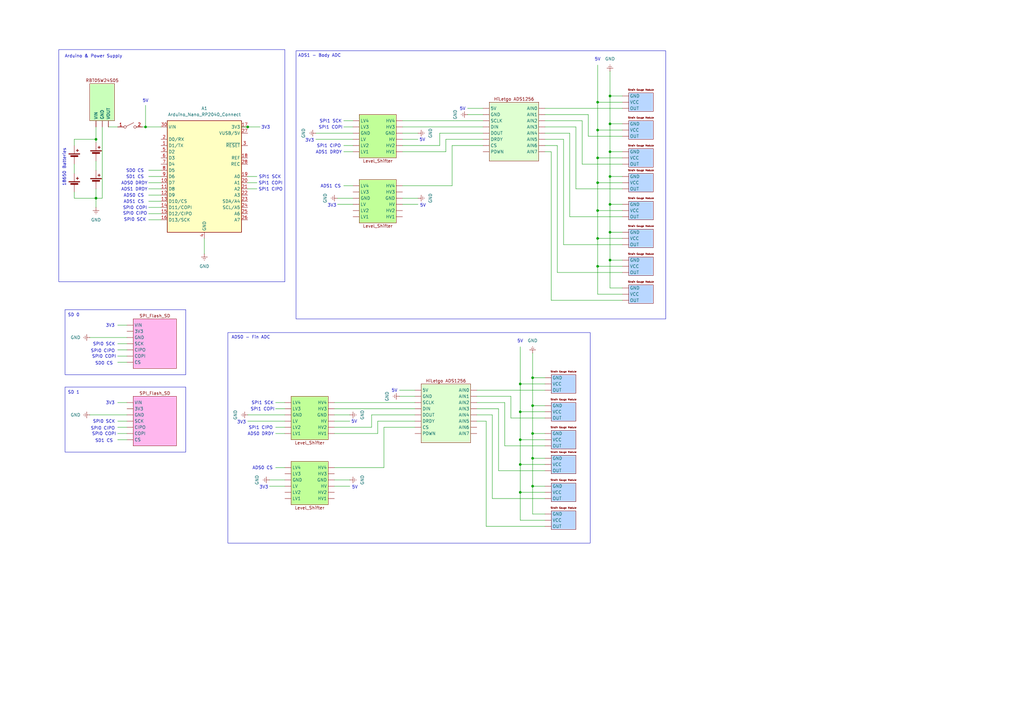
<source format=kicad_sch>
(kicad_sch (version 20250114) (generator "eeschema") (generator_version "9.0")
  (paper "A3")
  (lib_symbols
    (symbol "3V3_5V_Level_Shifter_1"
      (property "Reference" "L" (at 0 0 90))
      (symbol "3V3_5V_Level_Shifter_1_0_1"
        (rectangle (start -7.62 8.89) (end 7.62 -8.89) (fill (type color) (color 193 255 152 1)))
      )
      (symbol "3V3_5V_Level_Shifter_1_1_1"
        (text "Level_Shifter" (at 0 10.16 0) (effects (font (size 1.27 1.27))))
        (pin input line (at -10.16 6.35 0) (length 2.54) (name "LV1") (number ""))
        (pin input line (at -10.16 3.81 0) (length 2.54) (name "LV2") (number ""))
        (pin power_in line (at -10.16 1.27 0) (length 2.54) (name "LV") (number ""))
        (pin power_in line (at -10.16 -1.27 0) (length 2.54) (name "GND") (number ""))
        (pin input line (at -10.16 -3.81 0) (length 2.54) (name "LV3") (number ""))
        (pin input line (at -10.16 -6.35 0) (length 2.54) (name "LV4") (number ""))
        (pin input line (at 10.16 6.35 180) (length 2.54) (name "HV1") (number ""))
        (pin input line (at 10.16 3.81 180) (length 2.54) (name "HV2") (number ""))
        (pin power_in line (at 10.16 1.27 180) (length 2.54) (name "HV") (number ""))
        (pin power_in line (at 10.16 -1.27 180) (length 2.54) (name "GND") (number ""))
        (pin input line (at 10.16 -3.81 180) (length 2.54) (name "HV3") (number ""))
        (pin input line (at 10.16 -6.35 180) (length 2.54) (name "HV4") (number ""))
      )
    )
    (symbol "3V3_5V_Level_Shifter_2"
      (property "Reference" "L" (at 0 0 90))
      (symbol "3V3_5V_Level_Shifter_2_0_1"
        (rectangle (start -7.62 8.89) (end 7.62 -8.89) (fill (type color) (color 193 255 152 1)))
      )
      (symbol "3V3_5V_Level_Shifter_2_1_1"
        (text "Level_Shifter" (at 0 10.16 0) (effects (font (size 1.27 1.27))))
        (pin input line (at -10.16 6.35 0) (length 2.54) (name "LV1") (number ""))
        (pin input line (at -10.16 3.81 0) (length 2.54) (name "LV2") (number ""))
        (pin power_in line (at -10.16 1.27 0) (length 2.54) (name "LV") (number ""))
        (pin power_in line (at -10.16 -1.27 0) (length 2.54) (name "GND") (number ""))
        (pin input line (at -10.16 -3.81 0) (length 2.54) (name "LV3") (number ""))
        (pin input line (at -10.16 -6.35 0) (length 2.54) (name "LV4") (number ""))
        (pin input line (at 10.16 6.35 180) (length 2.54) (name "HV1") (number ""))
        (pin input line (at 10.16 3.81 180) (length 2.54) (name "HV2") (number ""))
        (pin power_in line (at 10.16 1.27 180) (length 2.54) (name "HV") (number ""))
        (pin power_in line (at 10.16 -1.27 180) (length 2.54) (name "GND") (number ""))
        (pin input line (at 10.16 -3.81 180) (length 2.54) (name "HV3") (number ""))
        (pin input line (at 10.16 -6.35 180) (length 2.54) (name "HV4") (number ""))
      )
    )
    (symbol "3V3_5V_Level_Shifter_4"
      (property "Reference" "L" (at 0 0 90))
      (symbol "3V3_5V_Level_Shifter_4_0_1"
        (rectangle (start -7.62 8.89) (end 7.62 -8.89) (fill (type color) (color 193 255 152 1)))
      )
      (symbol "3V3_5V_Level_Shifter_4_1_1"
        (text "Level_Shifter" (at 0 10.16 0) (effects (font (size 1.27 1.27))))
        (pin input line (at -10.16 6.35 0) (length 2.54) (name "LV1") (number ""))
        (pin input line (at -10.16 3.81 0) (length 2.54) (name "LV2") (number ""))
        (pin power_in line (at -10.16 1.27 0) (length 2.54) (name "LV") (number ""))
        (pin power_in line (at -10.16 -1.27 0) (length 2.54) (name "GND") (number ""))
        (pin input line (at -10.16 -3.81 0) (length 2.54) (name "LV3") (number ""))
        (pin input line (at -10.16 -6.35 0) (length 2.54) (name "LV4") (number ""))
        (pin input line (at 10.16 6.35 180) (length 2.54) (name "HV1") (number ""))
        (pin input line (at 10.16 3.81 180) (length 2.54) (name "HV2") (number ""))
        (pin power_in line (at 10.16 1.27 180) (length 2.54) (name "HV") (number ""))
        (pin power_in line (at 10.16 -1.27 180) (length 2.54) (name "GND") (number ""))
        (pin input line (at 10.16 -3.81 180) (length 2.54) (name "HV3") (number ""))
        (pin input line (at 10.16 -6.35 180) (length 2.54) (name "HV4") (number ""))
      )
    )
    (symbol "3V3_5V_Level_Shifter_5"
      (property "Reference" "L" (at 0 0 90))
      (symbol "3V3_5V_Level_Shifter_5_0_1"
        (rectangle (start -7.62 8.89) (end 7.62 -8.89) (fill (type color) (color 193 255 152 1)))
      )
      (symbol "3V3_5V_Level_Shifter_5_1_1"
        (text "Level_Shifter" (at 0 10.16 0) (effects (font (size 1.27 1.27))))
        (pin input line (at -10.16 6.35 0) (length 2.54) (name "LV1") (number ""))
        (pin input line (at -10.16 3.81 0) (length 2.54) (name "LV2") (number ""))
        (pin power_in line (at -10.16 1.27 0) (length 2.54) (name "LV") (number ""))
        (pin power_in line (at -10.16 -1.27 0) (length 2.54) (name "GND") (number ""))
        (pin input line (at -10.16 -3.81 0) (length 2.54) (name "LV3") (number ""))
        (pin input line (at -10.16 -6.35 0) (length 2.54) (name "LV4") (number ""))
        (pin input line (at 10.16 6.35 180) (length 2.54) (name "HV1") (number ""))
        (pin input line (at 10.16 3.81 180) (length 2.54) (name "HV2") (number ""))
        (pin power_in line (at 10.16 1.27 180) (length 2.54) (name "HV") (number ""))
        (pin power_in line (at 10.16 -1.27 180) (length 2.54) (name "GND") (number ""))
        (pin input line (at 10.16 -3.81 180) (length 2.54) (name "HV3") (number ""))
        (pin input line (at 10.16 -6.35 180) (length 2.54) (name "HV4") (number ""))
      )
    )
    (symbol "Device:Battery_Cell" (pin_numbers (hide yes)) (pin_names (offset 0) (hide yes))
      (property "Reference" "BT" (at 2.54 2.54 0))
      (property "Value" "Battery_Cell" (at 2.54 0 0))
      (symbol "Battery_Cell_0_1"
        (rectangle (start -2.286 1.778) (end 2.286 1.524) (fill (type outline)))
        (rectangle (start -1.524 1.016) (end 1.524 0.508) (fill (type outline)))
        (polyline (pts (xy 0 1.778) (xy 0 2.54)))
        (polyline (pts (xy 0 0.762) (xy 0 0)))
        (polyline (pts (xy 0.762 3.048) (xy 1.778 3.048)) (stroke (width 0.254)))
        (polyline (pts (xy 1.27 3.556) (xy 1.27 2.54)) (stroke (width 0.254)))
      )
      (symbol "Battery_Cell_1_1"
        (pin passive line (at 0 5.08 270) (length 2.54) (name "+") (number "1"))
        (pin passive line (at 0 -2.54 90) (length 2.54) (name "-") (number "2"))
      )
    )
    (symbol "HILetgo_ADS1256_1"
      (property "Reference" "C" (at 0 0 0))
      (symbol "HILetgo_ADS1256_1_0_1"
        (rectangle (start -10.16 11.43) (end 10.16 -12.7) (fill (type color) (color 223 255 209 1)))
      )
      (symbol "HILetgo_ADS1256_1_1_1"
        (text "HiLetgo ADS1256" (at 0 12.7 0) (effects (font (size 1.27 1.27))))
        (pin power_in line (at -12.7 8.89 0) (length 2.54) (name "5V") (number ""))
        (pin power_in line (at -12.7 6.35 0) (length 2.54) (name "GND") (number ""))
        (pin bidirectional line (at -12.7 3.81 0) (length 2.54) (name "SCLK") (number ""))
        (pin input line (at -12.7 1.27 0) (length 2.54) (name "DIN") (number ""))
        (pin output line (at -12.7 -1.27 0) (length 2.54) (name "DOUT") (number ""))
        (pin output line (at -12.7 -3.81 0) (length 2.54) (name "DRDY") (number ""))
        (pin bidirectional line (at -12.7 -6.35 0) (length 2.54) (name "CS") (number ""))
        (pin bidirectional line (at -12.7 -8.89 0) (length 2.54) (name "PDWN") (number ""))
        (pin input line (at 12.7 8.89 180) (length 2.54) (name "AIN0") (number ""))
        (pin input line (at 12.7 6.35 180) (length 2.54) (name "AIN1") (number ""))
        (pin input line (at 12.7 3.81 180) (length 2.54) (name "AIN2") (number ""))
        (pin input line (at 12.7 1.27 180) (length 2.54) (name "AIN3") (number ""))
        (pin input line (at 12.7 -1.27 180) (length 2.54) (name "AIN4") (number ""))
        (pin input line (at 12.7 -3.81 180) (length 2.54) (name "AIN5") (number ""))
        (pin input line (at 12.7 -6.35 180) (length 2.54) (name "AIN6") (number ""))
        (pin input line (at 12.7 -8.89 180) (length 2.54) (name "AIN7") (number ""))
      )
    )
    (symbol "HILetgo_ADS1256_3"
      (property "Reference" "C" (at 0 0 0))
      (symbol "HILetgo_ADS1256_3_0_1"
        (rectangle (start -10.16 11.43) (end 10.16 -12.7) (fill (type color) (color 223 255 209 1)))
      )
      (symbol "HILetgo_ADS1256_3_1_1"
        (text "HiLetgo ADS1256" (at 0 12.7 0) (effects (font (size 1.27 1.27))))
        (pin power_in line (at -12.7 8.89 0) (length 2.54) (name "5V") (number ""))
        (pin power_in line (at -12.7 6.35 0) (length 2.54) (name "GND") (number ""))
        (pin bidirectional line (at -12.7 3.81 0) (length 2.54) (name "SCLK") (number ""))
        (pin input line (at -12.7 1.27 0) (length 2.54) (name "DIN") (number ""))
        (pin output line (at -12.7 -1.27 0) (length 2.54) (name "DOUT") (number ""))
        (pin output line (at -12.7 -3.81 0) (length 2.54) (name "DRDY") (number ""))
        (pin bidirectional line (at -12.7 -6.35 0) (length 2.54) (name "CS") (number ""))
        (pin bidirectional line (at -12.7 -8.89 0) (length 2.54) (name "PDWN") (number ""))
        (pin input line (at 12.7 8.89 180) (length 2.54) (name "AIN0") (number ""))
        (pin input line (at 12.7 6.35 180) (length 2.54) (name "AIN1") (number ""))
        (pin input line (at 12.7 3.81 180) (length 2.54) (name "AIN2") (number ""))
        (pin input line (at 12.7 1.27 180) (length 2.54) (name "AIN3") (number ""))
        (pin input line (at 12.7 -1.27 180) (length 2.54) (name "AIN4") (number ""))
        (pin input line (at 12.7 -3.81 180) (length 2.54) (name "AIN5") (number ""))
        (pin input line (at 12.7 -6.35 180) (length 2.54) (name "AIN6") (number ""))
        (pin input line (at 12.7 -8.89 180) (length 2.54) (name "AIN7") (number ""))
      )
    )
    (symbol "MCU_Module:Arduino_Nano_RP2040_Connect"
      (property "Reference" "A" (at -14.986 23.622 0))
      (property "Value" "Arduino_Nano_RP2040_Connect" (at 3.81 -25.654 0))
      (symbol "Arduino_Nano_RP2040_Connect_0_1"
        (rectangle (start -15.24 22.86) (end 15.24 -22.86) (stroke (width 0.254)) (fill (type background)))
      )
      (symbol "Arduino_Nano_RP2040_Connect_1_1"
        (pin power_in line (at -17.78 20.32 0) (length 2.54) (name "VIN") (number "30"))
        (pin bidirectional line (at -17.78 15.24 0) (length 2.54) (name "D0/RX") (number "2"))
        (pin bidirectional line (at -17.78 12.7 0) (length 2.54) (name "D1/TX") (number "1"))
        (pin bidirectional line (at -17.78 10.16 0) (length 2.54) (name "D2") (number "5"))
        (pin bidirectional line (at -17.78 7.62 0) (length 2.54) (name "D3") (number "6"))
        (pin bidirectional line (at -17.78 5.08 0) (length 2.54) (name "D4") (number "7"))
        (pin bidirectional line (at -17.78 2.54 0) (length 2.54) (name "D5") (number "8"))
        (pin bidirectional line (at -17.78 0 0) (length 2.54) (name "D6") (number "9"))
        (pin bidirectional line (at -17.78 -2.54 0) (length 2.54) (name "D7") (number "10"))
        (pin bidirectional line (at -17.78 -5.08 0) (length 2.54) (name "D8") (number "11"))
        (pin bidirectional line (at -17.78 -7.62 0) (length 2.54) (name "D9") (number "12"))
        (pin bidirectional line (at -17.78 -10.16 0) (length 2.54) (name "D10/CS") (number "13"))
        (pin bidirectional line (at -17.78 -12.7 0) (length 2.54) (name "D11/COPI") (number "14"))
        (pin bidirectional line (at -17.78 -15.24 0) (length 2.54) (name "D12/CIPO") (number "15"))
        (pin bidirectional line (at -17.78 -17.78 0) (length 2.54) (name "D13/SCK") (number "16"))
        (pin passive line (at 0 -25.4 90) (length 2.54) (hide yes) (name "GND") (number "29"))
        (pin power_in line (at 0 -25.4 90) (length 2.54) (name "GND") (number "4"))
        (pin power_out line (at 17.78 20.32 180) (length 2.54) (name "3V3") (number "17"))
        (pin power_out line (at 17.78 17.78 180) (length 2.54) (name "VUSB/5V") (number "27"))
        (pin input line (at 17.78 12.7 180) (length 2.54) (name "~{RESET}") (number "3"))
        (pin passive line (at 17.78 7.62 180) (length 2.54) (name "REF") (number "18"))
        (pin input line (at 17.78 5.08 180) (length 2.54) (name "REC") (number "28"))
        (pin bidirectional line (at 17.78 0 180) (length 2.54) (name "A0") (number "19"))
        (pin bidirectional line (at 17.78 -2.54 180) (length 2.54) (name "A1") (number "20"))
        (pin bidirectional line (at 17.78 -5.08 180) (length 2.54) (name "A2") (number "21"))
        (pin bidirectional line (at 17.78 -7.62 180) (length 2.54) (name "A3") (number "22"))
        (pin bidirectional line (at 17.78 -10.16 180) (length 2.54) (name "SDA/A4") (number "23"))
        (pin bidirectional line (at 17.78 -12.7 180) (length 2.54) (name "SCL/A5") (number "24"))
        (pin bidirectional line (at 17.78 -15.24 180) (length 2.54) (name "A6") (number "25"))
        (pin bidirectional line (at 17.78 -17.78 180) (length 2.54) (name "A7") (number "26"))
      )
    )
    (symbol "MeasurementsLibrary:RBT05W24S05"
      (property "Reference" "R" (at 0 0 0))
      (symbol "RBT05W24S05_0_1"
        (rectangle (start -5.08 7.62) (end 5.08 -7.62) (fill (type color) (color 201 255 186 1)))
      )
      (symbol "RBT05W24S05_1_1"
        (text "RBT05W24S05" (at 0 8.89 0) (effects (font (size 1.27 1.27))))
        (pin power_in line (at -2.54 -10.16 90) (length 2.54) (name "VIN") (number ""))
        (pin power_in line (at 0 -10.16 90) (length 2.54) (name "GND") (number ""))
        (pin power_in line (at 2.54 -10.16 90) (length 2.54) (name "VOUT") (number ""))
      )
    )
    (symbol "MeasurementsLibrary:SPI_Flash_SD"
      (property "Reference" "F" (at 0 0 0))
      (symbol "SPI_Flash_SD_0_1"
        (rectangle (start -8.89 10.16) (end 8.89 -10.16) (fill (type color) (color 255 183 238 1)))
      )
      (symbol "SPI_Flash_SD_1_1"
        (text "SPI_Flash_SD" (at 0 11.43 0) (effects (font (size 1.27 1.27))))
        (pin power_in line (at -11.43 7.62 0) (length 2.54) (name "VIN") (number ""))
        (pin bidirectional line (at -11.43 5.08 0) (length 2.54) (name "3V3") (number ""))
        (pin bidirectional line (at -11.43 2.54 0) (length 2.54) (name "GND") (number ""))
        (pin power_in line (at -11.43 0 0) (length 2.54) (name "SCK") (number ""))
        (pin bidirectional line (at -11.43 -2.54 0) (length 2.54) (name "CIPO") (number ""))
        (pin bidirectional line (at -11.43 -5.08 0) (length 2.54) (name "COPI") (number ""))
        (pin bidirectional line (at -11.43 -7.62 0) (length 2.54) (name "CS") (number ""))
      )
    )
    (symbol "MeasurementsLibrary:StrainGaugeModule"
      (property "Reference" "S" (at 0 0 0))
      (symbol "StrainGaugeModule_0_1"
        (rectangle (start -5.08 3.81) (end 5.08 -3.81) (fill (type color) (color 185 215 255 1)))
      )
      (symbol "StrainGaugeModule_1_1"
        (text "Strain Gauge Module" (at 0 5.08 0) (effects (font (size 0.67 0.67))))
        (pin power_in line (at 7.62 2.54 180) (length 2.54) (name "GND") (number ""))
        (pin power_in line (at 7.62 0 180) (length 2.54) (name "VCC") (number ""))
        (pin output line (at 7.62 -2.54 180) (length 2.54) (name "OUT") (number ""))
      )
    )
    (symbol "SPI_Flash_SD_1"
      (property "Reference" "F" (at 0 0 0))
      (symbol "SPI_Flash_SD_1_0_1"
        (rectangle (start -8.89 10.16) (end 8.89 -10.16) (fill (type color) (color 255 183 238 1)))
      )
      (symbol "SPI_Flash_SD_1_1_1"
        (text "SPI_Flash_SD" (at 0 11.43 0) (effects (font (size 1.27 1.27))))
        (pin power_in line (at -11.43 7.62 0) (length 2.54) (name "VIN") (number ""))
        (pin bidirectional line (at -11.43 5.08 0) (length 2.54) (name "3V3") (number ""))
        (pin bidirectional line (at -11.43 2.54 0) (length 2.54) (name "GND") (number ""))
        (pin power_in line (at -11.43 0 0) (length 2.54) (name "SCK") (number ""))
        (pin bidirectional line (at -11.43 -2.54 0) (length 2.54) (name "CIPO") (number ""))
        (pin bidirectional line (at -11.43 -5.08 0) (length 2.54) (name "COPI") (number ""))
        (pin bidirectional line (at -11.43 -7.62 0) (length 2.54) (name "CS") (number ""))
      )
    )
    (symbol "StrainGaugeModule_1"
      (property "Reference" "S" (at 0 0 0))
      (symbol "StrainGaugeModule_1_0_1"
        (rectangle (start -5.08 3.81) (end 5.08 -3.81) (fill (type color) (color 185 215 255 1)))
      )
      (symbol "StrainGaugeModule_1_1_1"
        (text "Strain Gauge Module" (at 0 5.08 0) (effects (font (size 0.67 0.67))))
        (pin power_in line (at 7.62 2.54 180) (length 2.54) (name "GND") (number ""))
        (pin power_in line (at 7.62 0 180) (length 2.54) (name "VCC") (number ""))
        (pin output line (at 7.62 -2.54 180) (length 2.54) (name "OUT") (number ""))
      )
    )
    (symbol "StrainGaugeModule_10"
      (property "Reference" "S" (at 0 0 0))
      (symbol "StrainGaugeModule_10_0_1"
        (rectangle (start -5.08 3.81) (end 5.08 -3.81) (fill (type color) (color 185 215 255 1)))
      )
      (symbol "StrainGaugeModule_10_1_1"
        (text "Strain Gauge Module" (at 0 5.08 0) (effects (font (size 0.67 0.67))))
        (pin power_in line (at 7.62 2.54 180) (length 2.54) (name "GND") (number ""))
        (pin power_in line (at 7.62 0 180) (length 2.54) (name "VCC") (number ""))
        (pin output line (at 7.62 -2.54 180) (length 2.54) (name "OUT") (number ""))
      )
    )
    (symbol "StrainGaugeModule_11"
      (property "Reference" "S" (at 0 0 0))
      (symbol "StrainGaugeModule_11_0_1"
        (rectangle (start -5.08 3.81) (end 5.08 -3.81) (fill (type color) (color 185 215 255 1)))
      )
      (symbol "StrainGaugeModule_11_1_1"
        (text "Strain Gauge Module" (at 0 5.08 0) (effects (font (size 0.67 0.67))))
        (pin power_in line (at 7.62 2.54 180) (length 2.54) (name "GND") (number ""))
        (pin power_in line (at 7.62 0 180) (length 2.54) (name "VCC") (number ""))
        (pin output line (at 7.62 -2.54 180) (length 2.54) (name "OUT") (number ""))
      )
    )
    (symbol "StrainGaugeModule_12"
      (property "Reference" "S" (at 0 0 0))
      (symbol "StrainGaugeModule_12_0_1"
        (rectangle (start -5.08 3.81) (end 5.08 -3.81) (fill (type color) (color 185 215 255 1)))
      )
      (symbol "StrainGaugeModule_12_1_1"
        (text "Strain Gauge Module" (at 0 5.08 0) (effects (font (size 0.67 0.67))))
        (pin power_in line (at 7.62 2.54 180) (length 2.54) (name "GND") (number ""))
        (pin power_in line (at 7.62 0 180) (length 2.54) (name "VCC") (number ""))
        (pin output line (at 7.62 -2.54 180) (length 2.54) (name "OUT") (number ""))
      )
    )
    (symbol "StrainGaugeModule_13"
      (property "Reference" "S" (at 0 0 0))
      (symbol "StrainGaugeModule_13_0_1"
        (rectangle (start -5.08 3.81) (end 5.08 -3.81) (fill (type color) (color 185 215 255 1)))
      )
      (symbol "StrainGaugeModule_13_1_1"
        (text "Strain Gauge Module" (at 0 5.08 0) (effects (font (size 0.67 0.67))))
        (pin power_in line (at 7.62 2.54 180) (length 2.54) (name "GND") (number ""))
        (pin power_in line (at 7.62 0 180) (length 2.54) (name "VCC") (number ""))
        (pin output line (at 7.62 -2.54 180) (length 2.54) (name "OUT") (number ""))
      )
    )
    (symbol "StrainGaugeModule_2"
      (property "Reference" "S" (at 0 0 0))
      (symbol "StrainGaugeModule_2_0_1"
        (rectangle (start -5.08 3.81) (end 5.08 -3.81) (fill (type color) (color 185 215 255 1)))
      )
      (symbol "StrainGaugeModule_2_1_1"
        (text "Strain Gauge Module" (at 0 5.08 0) (effects (font (size 0.67 0.67))))
        (pin power_in line (at 7.62 2.54 180) (length 2.54) (name "GND") (number ""))
        (pin power_in line (at 7.62 0 180) (length 2.54) (name "VCC") (number ""))
        (pin output line (at 7.62 -2.54 180) (length 2.54) (name "OUT") (number ""))
      )
    )
    (symbol "StrainGaugeModule_3"
      (property "Reference" "S" (at 0 0 0))
      (symbol "StrainGaugeModule_3_0_1"
        (rectangle (start -5.08 3.81) (end 5.08 -3.81) (fill (type color) (color 185 215 255 1)))
      )
      (symbol "StrainGaugeModule_3_1_1"
        (text "Strain Gauge Module" (at 0 5.08 0) (effects (font (size 0.67 0.67))))
        (pin power_in line (at 7.62 2.54 180) (length 2.54) (name "GND") (number ""))
        (pin power_in line (at 7.62 0 180) (length 2.54) (name "VCC") (number ""))
        (pin output line (at 7.62 -2.54 180) (length 2.54) (name "OUT") (number ""))
      )
    )
    (symbol "StrainGaugeModule_4"
      (property "Reference" "S" (at 0 0 0))
      (symbol "StrainGaugeModule_4_0_1"
        (rectangle (start -5.08 3.81) (end 5.08 -3.81) (fill (type color) (color 185 215 255 1)))
      )
      (symbol "StrainGaugeModule_4_1_1"
        (text "Strain Gauge Module" (at 0 5.08 0) (effects (font (size 0.67 0.67))))
        (pin power_in line (at 7.62 2.54 180) (length 2.54) (name "GND") (number ""))
        (pin power_in line (at 7.62 0 180) (length 2.54) (name "VCC") (number ""))
        (pin output line (at 7.62 -2.54 180) (length 2.54) (name "OUT") (number ""))
      )
    )
    (symbol "StrainGaugeModule_5"
      (property "Reference" "S" (at 0 0 0))
      (symbol "StrainGaugeModule_5_0_1"
        (rectangle (start -5.08 3.81) (end 5.08 -3.81) (fill (type color) (color 185 215 255 1)))
      )
      (symbol "StrainGaugeModule_5_1_1"
        (text "Strain Gauge Module" (at 0 5.08 0) (effects (font (size 0.67 0.67))))
        (pin power_in line (at 7.62 2.54 180) (length 2.54) (name "GND") (number ""))
        (pin power_in line (at 7.62 0 180) (length 2.54) (name "VCC") (number ""))
        (pin output line (at 7.62 -2.54 180) (length 2.54) (name "OUT") (number ""))
      )
    )
    (symbol "StrainGaugeModule_6"
      (property "Reference" "S" (at 0 0 0))
      (symbol "StrainGaugeModule_6_0_1"
        (rectangle (start -5.08 3.81) (end 5.08 -3.81) (fill (type color) (color 185 215 255 1)))
      )
      (symbol "StrainGaugeModule_6_1_1"
        (text "Strain Gauge Module" (at 0 5.08 0) (effects (font (size 0.67 0.67))))
        (pin power_in line (at 7.62 2.54 180) (length 2.54) (name "GND") (number ""))
        (pin power_in line (at 7.62 0 180) (length 2.54) (name "VCC") (number ""))
        (pin output line (at 7.62 -2.54 180) (length 2.54) (name "OUT") (number ""))
      )
    )
    (symbol "StrainGaugeModule_7"
      (property "Reference" "S" (at 0 0 0))
      (symbol "StrainGaugeModule_7_0_1"
        (rectangle (start -5.08 3.81) (end 5.08 -3.81) (fill (type color) (color 185 215 255 1)))
      )
      (symbol "StrainGaugeModule_7_1_1"
        (text "Strain Gauge Module" (at 0 5.08 0) (effects (font (size 0.67 0.67))))
        (pin power_in line (at 7.62 2.54 180) (length 2.54) (name "GND") (number ""))
        (pin power_in line (at 7.62 0 180) (length 2.54) (name "VCC") (number ""))
        (pin output line (at 7.62 -2.54 180) (length 2.54) (name "OUT") (number ""))
      )
    )
    (symbol "StrainGaugeModule_8"
      (property "Reference" "S" (at 0 0 0))
      (symbol "StrainGaugeModule_8_0_1"
        (rectangle (start -5.08 3.81) (end 5.08 -3.81) (fill (type color) (color 185 215 255 1)))
      )
      (symbol "StrainGaugeModule_8_1_1"
        (text "Strain Gauge Module" (at 0 5.08 0) (effects (font (size 0.67 0.67))))
        (pin power_in line (at 7.62 2.54 180) (length 2.54) (name "GND") (number ""))
        (pin power_in line (at 7.62 0 180) (length 2.54) (name "VCC") (number ""))
        (pin output line (at 7.62 -2.54 180) (length 2.54) (name "OUT") (number ""))
      )
    )
    (symbol "StrainGaugeModule_9"
      (property "Reference" "S" (at 0 0 0))
      (symbol "StrainGaugeModule_9_0_1"
        (rectangle (start -5.08 3.81) (end 5.08 -3.81) (fill (type color) (color 185 215 255 1)))
      )
      (symbol "StrainGaugeModule_9_1_1"
        (text "Strain Gauge Module" (at 0 5.08 0) (effects (font (size 0.67 0.67))))
        (pin power_in line (at 7.62 2.54 180) (length 2.54) (name "GND") (number ""))
        (pin power_in line (at 7.62 0 180) (length 2.54) (name "VCC") (number ""))
        (pin output line (at 7.62 -2.54 180) (length 2.54) (name "OUT") (number ""))
      )
    )
    (symbol "Switch:SW_DPST_x2" (pin_names (offset 0) (hide yes))
      (property "Reference" "SW" (at 0 3.175 0))
      (property "Value" "SW_DPST_x2" (at 0 -2.54 0))
      (symbol "SW_DPST_x2_0_0"
        (circle (center -2.032 0) (radius 0.508))
        (polyline (pts (xy -1.524 0.254) (xy 1.524 1.778)))
        (circle (center 2.032 0) (radius 0.508))
      )
      (symbol "SW_DPST_x2_1_1"
        (pin passive line (at -5.08 0 0) (length 2.54) (name "A") (number "1"))
        (pin passive line (at 5.08 0 180) (length 2.54) (name "B") (number "2"))
      )
      (symbol "SW_DPST_x2_2_1"
        (pin passive line (at -5.08 0 0) (length 2.54) (name "A") (number "3"))
        (pin passive line (at 5.08 0 180) (length 2.54) (name "B") (number "4"))
      )
    )
    (symbol "power:Earth" (power) (pin_numbers (hide yes)) (pin_names (offset 0) (hide yes))
      (property "Value" "Earth" (at 0 -3.81 0))
      (symbol "Earth_0_1"
        (polyline (pts (xy -0.635 -1.905) (xy 0.635 -1.905)))
        (polyline (pts (xy -0.127 -2.54) (xy 0.127 -2.54)))
        (polyline (pts (xy 0 -1.27) (xy 0 0)))
        (polyline (pts (xy 1.27 -1.27) (xy -1.27 -1.27)))
      )
      (symbol "Earth_1_1"
        (pin power_in line (at 0 0 270) (length 0) (name "~") (number "1"))
      )
    )
  )
  (rectangle (start 26.67 127) (end 76.2 153.67))
  (rectangle (start 24.13 20.32) (end 116.84 115.57))
  (rectangle (start 93.472 136.398) (end 242.062 222.758))
  (rectangle (start 26.67 158.75) (end 76.2 185.42))
  (rectangle (start 121.412 20.828) (end 273.05 130.81))
  (text "Arduino & Power Supply" (at 38.354 23.114 0) (effects (font (size 1.27 1.27))))
  (text "3V3" (at 136.144 84.328 0) (effects (font (size 1.27 1.27))))
  (text "SPI1 CIPO" (at 134.874 59.944 0) (effects (font (size 1.27 1.27))))
  (text "5V" (at 173.228 57.404 0) (effects (font (size 1.27 1.27))))
  (text "SPI0 COPI" (at 42.672 146.304 0) (effects (font (size 1.27 1.27))))
  (text "SPI1 SCK" (at 107.696 165.354 0) (effects (font (size 1.27 1.27))))
  (text "SPI1 CIPO" (at 110.998 77.724 0) (effects (font (size 1.27 1.27))))
  (text "SPI0 SCK" (at 42.672 172.974 0) (effects (font (size 1.27 1.27))))
  (text "3V3" (at 108.204 199.898 0) (effects (font (size 1.27 1.27))))
  (text "SPI0 CIPO" (at 42.164 144.018 0) (effects (font (size 1.27 1.27))))
  (text "SPI0 COPI" (at 55.372 85.344 0) (effects (font (size 1.27 1.27))))
  (text "3V3" (at 108.966 52.324 0) (effects (font (size 1.27 1.27))))
  (text "5V" (at 173.482 84.328 0) (effects (font (size 1.27 1.27))))
  (text "ADS1 CS" (at 54.864 82.804 0) (effects (font (size 1.27 1.27))))
  (text "5V" (at 145.288 172.974 0) (effects (font (size 1.27 1.27))))
  (text "ADS1 - Body ADC" (at 131.064 22.86 0) (effects (font (size 1.27 1.27))))
  (text "3V3" (at 127 57.658 0) (effects (font (size 1.27 1.27))))
  (text "ADS0 DRDY" (at 55.118 75.184 0) (effects (font (size 1.27 1.27))))
  (text "3V3" (at 99.06 173.228 0) (effects (font (size 1.27 1.27))))
  (text "SD1 CS" (at 55.372 72.644 0) (effects (font (size 1.27 1.27))))
  (text "SPI1 COPI" (at 110.998 75.184 0) (effects (font (size 1.27 1.27))))
  (text "ADS1 DRDY" (at 55.118 77.724 0) (effects (font (size 1.27 1.27))))
  (text "SPI0 CIPO" (at 55.372 87.63 0) (effects (font (size 1.27 1.27))))
  (text "ADS0 - Fin ADC" (at 102.87 138.43 0) (effects (font (size 1.27 1.27))))
  (text "ADS1 CS" (at 135.636 76.454 0) (effects (font (size 1.27 1.27))))
  (text "5V" (at 245.11 24.384 0) (effects (font (size 1.27 1.27))))
  (text "18650 Batteries" (at 26.416 68.58 90) (effects (font (size 1.27 1.27))))
  (text "SPI0 COPI" (at 42.672 178.054 0) (effects (font (size 1.27 1.27))))
  (text "SPI0 SCK" (at 55.372 90.17 0) (effects (font (size 1.27 1.27))))
  (text "5V" (at 161.798 160.274 0) (effects (font (size 1.27 1.27))))
  (text "ADS0 CS" (at 107.696 192.024 0) (effects (font (size 1.27 1.27))))
  (text "SPI0 CIPO" (at 42.164 175.768 0) (effects (font (size 1.27 1.27))))
  (text "SPI1 SCK" (at 110.744 72.644 0) (effects (font (size 1.27 1.27))))
  (text "3V3" (at 45.212 133.604 0) (effects (font (size 1.27 1.27))))
  (text "ADS0 DRDY" (at 106.934 178.054 0) (effects (font (size 1.27 1.27))))
  (text "5V" (at 59.69 41.402 0) (effects (font (size 1.27 1.27))))
  (text "SD 0" (at 30.226 129.286 0) (effects (font (size 1.27 1.27))))
  (text "SD0 CS" (at 42.672 149.098 0) (effects (font (size 1.27 1.27))))
  (text "SPI1 COPI" (at 107.696 167.894 0) (effects (font (size 1.27 1.27))))
  (text "5V" (at 189.738 44.704 0) (effects (font (size 1.27 1.27))))
  (text "SPI1 SCK" (at 135.636 49.784 0) (effects (font (size 1.27 1.27))))
  (text "3V3" (at 45.212 165.354 0) (effects (font (size 1.27 1.27))))
  (text "ADS1 DRDY" (at 134.874 62.484 0) (effects (font (size 1.27 1.27))))
  (text "5V" (at 213.36 139.954 0) (effects (font (size 1.27 1.27))))
  (text "SPI1 COPI" (at 135.636 52.324 0) (effects (font (size 1.27 1.27))))
  (text "SD 1" (at 30.226 161.036 0) (effects (font (size 1.27 1.27))))
  (text "ADS0 CS" (at 54.864 80.264 0) (effects (font (size 1.27 1.27))))
  (text "SD0 CS" (at 55.372 70.104 0) (effects (font (size 1.27 1.27))))
  (text "5V" (at 145.542 199.898 0) (effects (font (size 1.27 1.27))))
  (text "SD1 CS" (at 42.672 180.848 0) (effects (font (size 1.27 1.27))))
  (text "SPI1 CIPO" (at 106.934 175.514 0) (effects (font (size 1.27 1.27))))
  (text "SPI0 SCK" (at 42.672 141.224 0) (effects (font (size 1.27 1.27))))
  (junction (at 245.11 109.22))
  (junction (at 245.11 74.93))
  (junction (at 39.37 57.15))
  (junction (at 213.36 180.34))
  (junction (at 213.36 190.5))
  (junction (at 250.19 72.39))
  (junction (at 218.44 177.8))
  (junction (at 250.19 95.25))
  (junction (at 59.69 52.07))
  (junction (at 250.19 62.23))
  (junction (at 218.44 154.94))
  (junction (at 245.11 86.36))
  (junction (at 250.19 83.82))
  (junction (at 218.44 166.37))
  (junction (at 101.6 52.07))
  (junction (at 250.19 106.68))
  (junction (at 250.19 50.8))
  (junction (at 245.11 41.91))
  (junction (at 213.36 168.91))
  (junction (at 213.36 157.48))
  (junction (at 218.44 187.96))
  (junction (at 39.37 81.28))
  (junction (at 213.36 201.93))
  (junction (at 218.44 199.39))
  (junction (at 245.11 53.34))
  (junction (at 245.11 97.79))
  (junction (at 250.19 39.37))
  (junction (at 245.11 64.77))
  (wire (pts (xy 233.68 88.9) (xy 233.68 54.61)))
  (wire (pts (xy 250.19 72.39) (xy 250.19 83.82)))
  (wire (pts (xy 231.14 100.33) (xy 231.14 57.15)))
  (wire (pts (xy 226.06 123.19) (xy 226.06 62.23)))
  (wire (pts (xy 30.48 67.31) (xy 30.48 71.12)))
  (wire (pts (xy 165.1 52.07) (xy 198.12 52.07)))
  (wire (pts (xy 60.96 87.63) (xy 66.04 87.63)))
  (wire (pts (xy 250.19 29.21) (xy 250.19 39.37)))
  (wire (pts (xy 238.76 49.53) (xy 223.52 49.53)))
  (wire (pts (xy 228.6 59.69) (xy 223.52 59.69)))
  (wire (pts (xy 60.96 82.55) (xy 66.04 82.55)))
  (wire (pts (xy 223.52 44.45) (xy 255.27 44.45)))
  (wire (pts (xy 250.19 62.23) (xy 250.19 72.39)))
  (wire (pts (xy 60.96 77.47) (xy 66.04 77.47)))
  (wire (pts (xy 255.27 118.11) (xy 250.19 118.11)))
  (wire (pts (xy 199.39 215.9) (xy 199.39 172.72)))
  (wire (pts (xy 36.83 138.43) (xy 52.07 138.43)))
  (wire (pts (xy 255.27 77.47) (xy 236.22 77.47)))
  (wire (pts (xy 213.36 201.93) (xy 213.36 213.36)))
  (wire (pts (xy 48.26 148.59) (xy 52.07 148.59)))
  (wire (pts (xy 255.27 88.9) (xy 233.68 88.9)))
  (wire (pts (xy 39.37 81.28) (xy 39.37 85.09)))
  (wire (pts (xy 39.37 57.15) (xy 39.37 58.42)))
  (wire (pts (xy 204.47 193.04) (xy 204.47 167.64)))
  (wire (pts (xy 60.96 69.85) (xy 66.04 69.85)))
  (wire (pts (xy 250.19 106.68) (xy 250.19 95.25)))
  (wire (pts (xy 30.48 59.69) (xy 30.48 57.15)))
  (wire (pts (xy 245.11 41.91) (xy 245.11 53.34)))
  (wire (pts (xy 41.91 52.07) (xy 41.91 81.28)))
  (wire (pts (xy 245.11 86.36) (xy 255.27 86.36)))
  (wire (pts (xy 48.26 143.51) (xy 52.07 143.51)))
  (wire (pts (xy 199.39 172.72) (xy 195.58 172.72)))
  (wire (pts (xy 245.11 74.93) (xy 255.27 74.93)))
  (wire (pts (xy 60.96 80.01) (xy 66.04 80.01)))
  (wire (pts (xy 48.26 177.8) (xy 52.07 177.8)))
  (wire (pts (xy 60.96 74.93) (xy 66.04 74.93)))
  (wire (pts (xy 110.49 196.85) (xy 116.84 196.85)))
  (wire (pts (xy 101.6 170.18) (xy 116.84 170.18)))
  (wire (pts (xy 218.44 210.82) (xy 223.52 210.82)))
  (wire (pts (xy 236.22 52.07) (xy 223.52 52.07)))
  (wire (pts (xy 48.26 140.97) (xy 52.07 140.97)))
  (wire (pts (xy 207.01 165.1) (xy 195.58 165.1)))
  (wire (pts (xy 101.6 77.47) (xy 105.41 77.47)))
  (wire (pts (xy 207.01 182.88) (xy 207.01 165.1)))
  (wire (pts (xy 30.48 81.28) (xy 39.37 81.28)))
  (wire (pts (xy 250.19 62.23) (xy 255.27 62.23)))
  (wire (pts (xy 218.44 177.8) (xy 223.52 177.8)))
  (wire (pts (xy 201.93 204.47) (xy 201.93 170.18)))
  (wire (pts (xy 218.44 166.37) (xy 223.52 166.37)))
  (wire (pts (xy 113.03 175.26) (xy 116.84 175.26)))
  (wire (pts (xy 59.69 52.07) (xy 66.04 52.07)))
  (wire (pts (xy 255.27 120.65) (xy 245.11 120.65)))
  (wire (pts (xy 143.51 172.72) (xy 137.16 172.72)))
  (wire (pts (xy 213.36 157.48) (xy 213.36 168.91)))
  (wire (pts (xy 245.11 26.67) (xy 245.11 41.91)))
  (wire (pts (xy 180.34 59.69) (xy 165.1 59.69)))
  (wire (pts (xy 185.42 76.2) (xy 165.1 76.2)))
  (wire (pts (xy 213.36 168.91) (xy 213.36 180.34)))
  (wire (pts (xy 143.51 170.18) (xy 137.16 170.18)))
  (wire (pts (xy 30.48 78.74) (xy 30.48 81.28)))
  (wire (pts (xy 223.52 193.04) (xy 204.47 193.04)))
  (wire (pts (xy 218.44 187.96) (xy 218.44 199.39)))
  (wire (pts (xy 157.48 175.26) (xy 157.48 191.77)))
  (wire (pts (xy 140.97 59.69) (xy 144.78 59.69)))
  (wire (pts (xy 245.11 109.22) (xy 245.11 97.79)))
  (wire (pts (xy 245.11 120.65) (xy 245.11 109.22)))
  (wire (pts (xy 218.44 177.8) (xy 218.44 187.96)))
  (wire (pts (xy 170.18 175.26) (xy 157.48 175.26)))
  (wire (pts (xy 163.83 160.02) (xy 170.18 160.02)))
  (wire (pts (xy 245.11 64.77) (xy 245.11 74.93)))
  (wire (pts (xy 250.19 83.82) (xy 255.27 83.82)))
  (wire (pts (xy 245.11 53.34) (xy 255.27 53.34)))
  (wire (pts (xy 255.27 123.19) (xy 226.06 123.19)))
  (wire (pts (xy 170.18 172.72) (xy 154.94 172.72)))
  (wire (pts (xy 36.83 170.18) (xy 52.07 170.18)))
  (wire (pts (xy 250.19 39.37) (xy 250.19 50.8)))
  (wire (pts (xy 255.27 55.88) (xy 241.3 55.88)))
  (wire (pts (xy 209.55 171.45) (xy 209.55 162.56)))
  (wire (pts (xy 236.22 77.47) (xy 236.22 52.07)))
  (wire (pts (xy 241.3 55.88) (xy 241.3 46.99)))
  (wire (pts (xy 213.36 213.36) (xy 223.52 213.36)))
  (wire (pts (xy 250.19 118.11) (xy 250.19 106.68)))
  (wire (pts (xy 101.6 172.72) (xy 116.84 172.72)))
  (wire (pts (xy 245.11 97.79) (xy 255.27 97.79)))
  (wire (pts (xy 213.36 142.24) (xy 213.36 157.48)))
  (wire (pts (xy 250.19 83.82) (xy 250.19 95.25)))
  (wire (pts (xy 198.12 59.69) (xy 185.42 59.69)))
  (wire (pts (xy 143.51 199.39) (xy 137.16 199.39)))
  (wire (pts (xy 245.11 41.91) (xy 255.27 41.91)))
  (wire (pts (xy 213.36 180.34) (xy 223.52 180.34)))
  (wire (pts (xy 113.03 167.64) (xy 116.84 167.64)))
  (wire (pts (xy 218.44 199.39) (xy 223.52 199.39)))
  (wire (pts (xy 218.44 199.39) (xy 218.44 210.82)))
  (wire (pts (xy 182.88 57.15) (xy 182.88 62.23)))
  (wire (pts (xy 213.36 190.5) (xy 223.52 190.5)))
  (wire (pts (xy 39.37 81.28) (xy 41.91 81.28)))
  (wire (pts (xy 185.42 59.69) (xy 185.42 76.2)))
  (wire (pts (xy 138.43 81.28) (xy 144.78 81.28)))
  (wire (pts (xy 255.27 67.31) (xy 238.76 67.31)))
  (wire (pts (xy 218.44 144.78) (xy 218.44 154.94)))
  (wire (pts (xy 198.12 54.61) (xy 180.34 54.61)))
  (wire (pts (xy 198.12 57.15) (xy 182.88 57.15)))
  (wire (pts (xy 171.45 81.28) (xy 165.1 81.28)))
  (wire (pts (xy 171.45 57.15) (xy 165.1 57.15)))
  (wire (pts (xy 228.6 111.76) (xy 228.6 59.69)))
  (wire (pts (xy 213.36 168.91) (xy 223.52 168.91)))
  (wire (pts (xy 113.03 191.77) (xy 116.84 191.77)))
  (wire (pts (xy 60.96 72.39) (xy 66.04 72.39)))
  (wire (pts (xy 152.4 170.18) (xy 152.4 175.26)))
  (wire (pts (xy 101.6 52.07) (xy 106.68 52.07)))
  (wire (pts (xy 60.96 90.17) (xy 66.04 90.17)))
  (wire (pts (xy 39.37 52.07) (xy 39.37 57.15)))
  (wire (pts (xy 101.6 74.93) (xy 105.41 74.93)))
  (wire (pts (xy 223.52 171.45) (xy 209.55 171.45)))
  (wire (pts (xy 201.93 170.18) (xy 195.58 170.18)))
  (wire (pts (xy 165.1 49.53) (xy 198.12 49.53)))
  (wire (pts (xy 182.88 62.23) (xy 165.1 62.23)))
  (wire (pts (xy 157.48 191.77) (xy 137.16 191.77)))
  (wire (pts (xy 113.03 165.1) (xy 116.84 165.1)))
  (wire (pts (xy 255.27 111.76) (xy 228.6 111.76)))
  (wire (pts (xy 191.77 46.99) (xy 198.12 46.99)))
  (wire (pts (xy 231.14 57.15) (xy 223.52 57.15)))
  (wire (pts (xy 140.97 76.2) (xy 144.78 76.2)))
  (wire (pts (xy 171.45 83.82) (xy 165.1 83.82)))
  (wire (pts (xy 245.11 86.36) (xy 245.11 97.79)))
  (wire (pts (xy 223.52 215.9) (xy 199.39 215.9)))
  (wire (pts (xy 245.11 109.22) (xy 255.27 109.22)))
  (wire (pts (xy 195.58 160.02) (xy 223.52 160.02)))
  (wire (pts (xy 241.3 46.99) (xy 223.52 46.99)))
  (wire (pts (xy 99.06 52.07) (xy 101.6 52.07)))
  (wire (pts (xy 223.52 182.88) (xy 207.01 182.88)))
  (wire (pts (xy 138.43 83.82) (xy 144.78 83.82)))
  (wire (pts (xy 143.51 196.85) (xy 137.16 196.85)))
  (wire (pts (xy 213.36 157.48) (xy 223.52 157.48)))
  (wire (pts (xy 137.16 165.1) (xy 170.18 165.1)))
  (wire (pts (xy 250.19 39.37) (xy 255.27 39.37)))
  (wire (pts (xy 245.11 64.77) (xy 255.27 64.77)))
  (wire (pts (xy 223.52 204.47) (xy 201.93 204.47)))
  (wire (pts (xy 250.19 50.8) (xy 250.19 62.23)))
  (wire (pts (xy 140.97 49.53) (xy 144.78 49.53)))
  (wire (pts (xy 48.26 175.26) (xy 52.07 175.26)))
  (wire (pts (xy 209.55 162.56) (xy 195.58 162.56)))
  (wire (pts (xy 238.76 67.31) (xy 238.76 49.53)))
  (wire (pts (xy 48.26 165.1) (xy 52.07 165.1)))
  (wire (pts (xy 250.19 72.39) (xy 255.27 72.39)))
  (wire (pts (xy 48.26 180.34) (xy 52.07 180.34)))
  (wire (pts (xy 191.77 44.45) (xy 198.12 44.45)))
  (wire (pts (xy 170.18 170.18) (xy 152.4 170.18)))
  (wire (pts (xy 154.94 177.8) (xy 137.16 177.8)))
  (wire (pts (xy 129.54 54.61) (xy 144.78 54.61)))
  (wire (pts (xy 245.11 53.34) (xy 245.11 64.77)))
  (wire (pts (xy 101.6 72.39) (xy 105.41 72.39)))
  (wire (pts (xy 171.45 54.61) (xy 165.1 54.61)))
  (wire (pts (xy 218.44 154.94) (xy 223.52 154.94)))
  (wire (pts (xy 60.96 85.09) (xy 66.04 85.09)))
  (wire (pts (xy 48.26 146.05) (xy 52.07 146.05)))
  (wire (pts (xy 180.34 54.61) (xy 180.34 59.69)))
  (wire (pts (xy 83.82 97.79) (xy 83.82 104.14)))
  (wire (pts (xy 137.16 167.64) (xy 170.18 167.64)))
  (wire (pts (xy 218.44 187.96) (xy 223.52 187.96)))
  (wire (pts (xy 140.97 52.07) (xy 144.78 52.07)))
  (wire (pts (xy 226.06 62.23) (xy 223.52 62.23)))
  (wire (pts (xy 113.03 177.8) (xy 116.84 177.8)))
  (wire (pts (xy 233.68 54.61) (xy 223.52 54.61)))
  (wire (pts (xy 140.97 62.23) (xy 144.78 62.23)))
  (wire (pts (xy 110.49 199.39) (xy 116.84 199.39)))
  (wire (pts (xy 44.45 52.07) (xy 48.26 52.07)))
  (wire (pts (xy 204.47 167.64) (xy 195.58 167.64)))
  (wire (pts (xy 58.42 52.07) (xy 59.69 52.07)))
  (wire (pts (xy 218.44 154.94) (xy 218.44 166.37)))
  (wire (pts (xy 152.4 175.26) (xy 137.16 175.26)))
  (wire (pts (xy 39.37 77.47) (xy 39.37 81.28)))
  (wire (pts (xy 163.83 162.56) (xy 170.18 162.56)))
  (wire (pts (xy 30.48 57.15) (xy 39.37 57.15)))
  (wire (pts (xy 39.37 66.04) (xy 39.37 69.85)))
  (wire (pts (xy 218.44 166.37) (xy 218.44 177.8)))
  (wire (pts (xy 59.69 43.18) (xy 59.69 52.07)))
  (wire (pts (xy 250.19 106.68) (xy 255.27 106.68)))
  (wire (pts (xy 48.26 172.72) (xy 52.07 172.72)))
  (wire (pts (xy 255.27 100.33) (xy 231.14 100.33)))
  (wire (pts (xy 48.26 133.35) (xy 52.07 133.35)))
  (wire (pts (xy 213.36 201.93) (xy 223.52 201.93)))
  (wire (pts (xy 129.54 57.15) (xy 144.78 57.15)))
  (wire (pts (xy 154.94 172.72) (xy 154.94 177.8)))
  (wire (pts (xy 245.11 74.93) (xy 245.11 86.36)))
  (wire (pts (xy 213.36 190.5) (xy 213.36 201.93)))
  (wire (pts (xy 250.19 50.8) (xy 255.27 50.8)))
  (wire (pts (xy 213.36 180.34) (xy 213.36 190.5)))
  (wire (pts (xy 250.19 95.25) (xy 255.27 95.25)))
  (symbol (lib_id "power:Earth") (at 143.51 170.18 90) (unit 1)
    (property "Reference" "#PWR09" (effects (hide yes)))
    (property "Value" "GND" (at 148.59 170.18 0))
    (property "Description" "Power symbol creates a global label with name \"Earth\"" (effects (hide yes)))
  )
  (symbol (lib_id "power:Earth") (at 218.44 144.78 180) (unit 1)
    (property "Reference" "#PWR05" (effects (hide yes)))
    (property "Value" "GND" (at 218.44 139.7 0))
    (property "Description" "Power symbol creates a global label with name \"Earth\"" (effects (hide yes)))
  )
  (symbol (lib_id "power:Earth") (at 36.83 170.18 270) (unit 1)
    (property "Reference" "#PWR04" (effects (hide yes)))
    (property "Value" "GND" (at 33.02 170.1799 90) (effects (justify right)))
    (property "Description" "Power symbol creates a global label with name \"Earth\"" (effects (hide yes)))
  )
  (symbol (lib_name "HILetgo_ADS1256_1") (lib_id "MeasurementsLibrary:HILetgo_ADS1256") (at 182.88 168.91 0) (unit 1)
    (property "Reference" "C2" (effects (hide yes)))
  )
  (symbol (lib_name "HILetgo_ADS1256_3") (lib_id "MeasurementsLibrary:HILetgo_ADS1256") (at 210.82 53.34 0) (unit 1)
    (property "Reference" "C3" (effects (hide yes)))
  )
  (symbol (lib_id "power:Earth") (at 163.83 162.56 270) (unit 1)
    (property "Reference" "#PWR08" (effects (hide yes)))
    (property "Value" "GND" (at 158.75 162.56 0))
    (property "Description" "Power symbol creates a global label with name \"Earth\"" (effects (hide yes)))
  )
  (symbol (lib_id "Device:Battery_Cell") (at 30.48 64.77 0) (unit 1)
    (property "Reference" "BT3" (effects (hide yes)))
    (property "Value" "Battery_Cell" (effects (hide yes)))
    (property "Description" "Single-cell battery" (effects (hide yes)))
  )
  (symbol (lib_id "power:Earth") (at 143.51 196.85 90) (unit 1)
    (property "Reference" "#PWR07" (effects (hide yes)))
    (property "Value" "GND" (at 148.59 196.85 0))
    (property "Description" "Power symbol creates a global label with name \"Earth\"" (effects (hide yes)))
  )
  (symbol (lib_id "Device:Battery_Cell") (at 39.37 63.5 0) (unit 1)
    (property "Reference" "BT2" (effects (hide yes)))
    (property "Value" "Battery_Cell" (effects (hide yes)))
    (property "Description" "Single-cell battery" (effects (hide yes)))
  )
  (symbol (lib_id "MeasurementsLibrary:SPI_Flash_SD") (at 63.5 140.97 0) (unit 1)
    (property "Reference" "F1" (effects (hide yes)))
  )
  (symbol (lib_name "StrainGaugeModule_9") (lib_id "MeasurementsLibrary:StrainGaugeModule") (at 262.89 86.36 0) (mirror y) (unit 1)
    (property "Reference" "S11" (effects (hide yes)))
  )
  (symbol (lib_name "3V3_5V_Level_Shifter_4") (lib_id "MeasurementsLibrary:3V3_5V_Level_Shifter") (at 154.94 82.55 0) (mirror x) (unit 1)
    (property "Reference" "L5" (effects (hide yes)))
  )
  (symbol (lib_id "power:Earth") (at 36.83 138.43 270) (unit 1)
    (property "Reference" "#PWR02" (effects (hide yes)))
    (property "Value" "GND" (at 33.02 138.4299 90) (effects (justify right)))
    (property "Description" "Power symbol creates a global label with name \"Earth\"" (effects (hide yes)))
  )
  (symbol (lib_name "SPI_Flash_SD_1") (lib_id "MeasurementsLibrary:SPI_Flash_SD") (at 63.5 172.72 0) (unit 1)
    (property "Reference" "F2" (effects (hide yes)))
  )
  (symbol (lib_id "MCU_Module:Arduino_Nano_RP2040_Connect") (at 83.82 72.39 0) (unit 1)
    (property "Reference" "A1" (at 83.82 44.45 0))
    (property "Value" "Arduino_Nano_RP2040_Connect" (at 83.82 46.99 0))
    (property "Footprint" "Module:Arduino_Nano" (effects (hide yes)))
    (property "Datasheet" "https://docs.arduino.cc/resources/datasheets/ABX00053-datasheet.pdf" (effects (hide yes)))
    (property "Description" "Arduino Nano board based on the RP2040 microcontroller with a dual-core 133 MHz ARM Cortex-M0+ processor, 264 kB SRAM, and up to 16 MB flash memory. Operates at 3.3V, with 5V Micro USB input and 4-20V VIN. Features Wi-Fi®, Bluetooth® LE, digital and analog pins, and supports SPI, I2C, UART, and PIO. Includes a 6-axis IMU, RGB LED, microphone, and cryptographic chip for secure communication." (effects (hide yes)))
  )
  (symbol (lib_name "StrainGaugeModule_11") (lib_id "MeasurementsLibrary:StrainGaugeModule") (at 262.89 74.93 0) (mirror y) (unit 1)
    (property "Reference" "S10" (effects (hide yes)))
  )
  (symbol (lib_id "Device:Battery_Cell") (at 39.37 74.93 0) (unit 1)
    (property "Reference" "BT1" (effects (hide yes)))
    (property "Value" "Battery_Cell" (effects (hide yes)))
    (property "Description" "Single-cell battery" (effects (hide yes)))
  )
  (symbol (lib_id "power:Earth") (at 110.49 196.85 270) (mirror x) (unit 1)
    (property "Reference" "#PWR011" (effects (hide yes)))
    (property "Value" "GND" (at 105.41 196.85 0))
    (property "Description" "Power symbol creates a global label with name \"Earth\"" (effects (hide yes)))
  )
  (symbol (lib_id "power:Earth") (at 129.54 54.61 270) (mirror x) (unit 1)
    (property "Reference" "#PWR014" (effects (hide yes)))
    (property "Value" "GND" (at 124.46 54.61 0))
    (property "Description" "Power symbol creates a global label with name \"Earth\"" (effects (hide yes)))
  )
  (symbol (lib_id "MeasurementsLibrary:StrainGaugeModule") (at 231.14 157.48 0) (mirror y) (unit 1)
    (property "Reference" "S1" (effects (hide yes)))
  )
  (symbol (lib_id "Switch:SW_DPST_x2") (at 53.34 52.07 0) (unit 1)
    (property "Reference" "SW1" (effects (hide yes)))
    (property "Value" "SW_DPST_x2" (effects (hide yes)))
    (property "Description" "Single Pole Single Throw (SPST) switch, separate symbol" (effects (hide yes)))
  )
  (symbol (lib_id "power:Earth") (at 250.19 29.21 180) (unit 1)
    (property "Reference" "#PWR06" (effects (hide yes)))
    (property "Value" "GND" (at 250.19 24.13 0))
    (property "Description" "Power symbol creates a global label with name \"Earth\"" (effects (hide yes)))
  )
  (symbol (lib_id "power:Earth") (at 101.6 170.18 270) (mirror x) (unit 1)
    (property "Reference" "#PWR010" (effects (hide yes)))
    (property "Value" "GND" (at 96.52 170.18 0))
    (property "Description" "Power symbol creates a global label with name \"Earth\"" (effects (hide yes)))
  )
  (symbol (lib_id "MeasurementsLibrary:RBT05W24S05") (at 41.91 41.91 0) (unit 1)
    (property "Reference" "R1" (effects (hide yes)))
  )
  (symbol (lib_id "power:Earth") (at 138.43 81.28 270) (mirror x) (unit 1)
    (property "Reference" "#PWR015" (effects (hide yes)))
    (property "Value" "GND" (at 133.35 81.28 0))
    (property "Description" "Power symbol creates a global label with name \"Earth\"" (effects (hide yes)))
  )
  (symbol (lib_name "StrainGaugeModule_10") (lib_id "MeasurementsLibrary:StrainGaugeModule") (at 262.89 97.79 0) (mirror y) (unit 1)
    (property "Reference" "S12" (effects (hide yes)))
  )
  (symbol (lib_name "StrainGaugeModule_5") (lib_id "MeasurementsLibrary:StrainGaugeModule") (at 231.14 213.36 0) (mirror y) (unit 1)
    (property "Reference" "S6" (effects (hide yes)))
  )
  (symbol (lib_name "3V3_5V_Level_Shifter_1") (lib_id "MeasurementsLibrary:3V3_5V_Level_Shifter") (at 127 198.12 0) (mirror x) (unit 1)
    (property "Reference" "L2" (effects (hide yes)))
  )
  (symbol (lib_name "3V3_5V_Level_Shifter_5") (lib_id "MeasurementsLibrary:3V3_5V_Level_Shifter") (at 154.94 55.88 0) (mirror x) (unit 1)
    (property "Reference" "L4" (effects (hide yes)))
  )
  (symbol (lib_id "Device:Battery_Cell") (at 30.48 76.2 0) (unit 1)
    (property "Reference" "BT4" (effects (hide yes)))
    (property "Value" "Battery_Cell" (effects (hide yes)))
    (property "Description" "Single-cell battery" (effects (hide yes)))
  )
  (symbol (lib_name "StrainGaugeModule_4") (lib_id "MeasurementsLibrary:StrainGaugeModule") (at 231.14 190.5 0) (mirror y) (unit 1)
    (property "Reference" "S4" (effects (hide yes)))
  )
  (symbol (lib_name "StrainGaugeModule_13") (lib_id "MeasurementsLibrary:StrainGaugeModule") (at 262.89 109.22 0) (mirror y) (unit 1)
    (property "Reference" "S13" (effects (hide yes)))
  )
  (symbol (lib_id "power:Earth") (at 39.37 85.09 0) (unit 1)
    (property "Reference" "#PWR03" (effects (hide yes)))
    (property "Value" "GND" (at 39.37 90.17 0))
    (property "Description" "Power symbol creates a global label with name \"Earth\"" (effects (hide yes)))
  )
  (symbol (lib_name "StrainGaugeModule_1") (lib_id "MeasurementsLibrary:StrainGaugeModule") (at 231.14 168.91 0) (mirror y) (unit 1)
    (property "Reference" "S2" (effects (hide yes)))
  )
  (symbol (lib_id "power:Earth") (at 191.77 46.99 270) (unit 1)
    (property "Reference" "#PWR018" (effects (hide yes)))
    (property "Value" "GND" (at 186.69 46.99 0))
    (property "Description" "Power symbol creates a global label with name \"Earth\"" (effects (hide yes)))
  )
  (symbol (lib_name "StrainGaugeModule_7") (lib_id "MeasurementsLibrary:StrainGaugeModule") (at 262.89 53.34 0) (mirror y) (unit 1)
    (property "Reference" "S8" (effects (hide yes)))
  )
  (symbol (lib_name "StrainGaugeModule_6") (lib_id "MeasurementsLibrary:StrainGaugeModule") (at 262.89 41.91 0) (mirror y) (unit 1)
    (property "Reference" "S7" (effects (hide yes)))
  )
  (symbol (lib_id "power:Earth") (at 83.82 104.14 0) (unit 1)
    (property "Reference" "#PWR01" (effects (hide yes)))
    (property "Value" "GND" (at 83.82 109.22 0))
    (property "Description" "Power symbol creates a global label with name \"Earth\"" (effects (hide yes)))
  )
  (symbol (lib_name "3V3_5V_Level_Shifter_2") (lib_id "MeasurementsLibrary:3V3_5V_Level_Shifter") (at 127 171.45 0) (mirror x) (unit 1)
    (property "Reference" "L1" (effects (hide yes)))
  )
  (symbol (lib_name "StrainGaugeModule_2") (lib_id "MeasurementsLibrary:StrainGaugeModule") (at 231.14 180.34 0) (mirror y) (unit 1)
    (property "Reference" "S3" (effects (hide yes)))
  )
  (symbol (lib_id "power:Earth") (at 171.45 54.61 90) (unit 1)
    (property "Reference" "#PWR016" (effects (hide yes)))
    (property "Value" "GND" (at 176.53 54.61 0))
    (property "Description" "Power symbol creates a global label with name \"Earth\"" (effects (hide yes)))
  )
  (symbol (lib_name "StrainGaugeModule_12") (lib_id "MeasurementsLibrary:StrainGaugeModule") (at 262.89 120.65 0) (mirror y) (unit 1)
    (property "Reference" "S14" (effects (hide yes)))
  )
  (symbol (lib_id "power:Earth") (at 171.45 81.28 90) (unit 1)
    (property "Reference" "#PWR017" (effects (hide yes)))
    (property "Value" "GND" (at 176.53 81.28 0))
    (property "Description" "Power symbol creates a global label with name \"Earth\"" (effects (hide yes)))
  )
  (symbol (lib_name "StrainGaugeModule_3") (lib_id "MeasurementsLibrary:StrainGaugeModule") (at 231.14 201.93 0) (mirror y) (unit 1)
    (property "Reference" "S5" (effects (hide yes)))
  )
  (symbol (lib_name "StrainGaugeModule_8") (lib_id "MeasurementsLibrary:StrainGaugeModule") (at 262.89 64.77 0) (mirror y) (unit 1)
    (property "Reference" "S9" (effects (hide yes)))
  )
)
</source>
